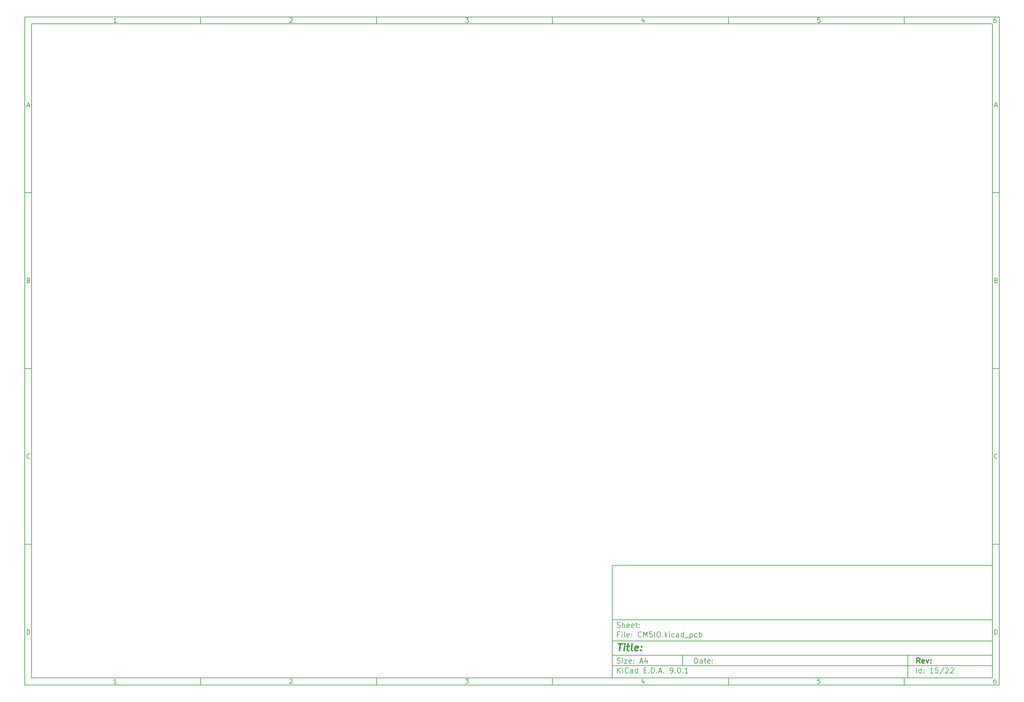
<source format=gbr>
G04 #@! TF.GenerationSoftware,KiCad,Pcbnew,9.0.1*
G04 #@! TF.CreationDate,2025-04-26T19:09:58-05:00*
G04 #@! TF.ProjectId,CM5IO,434d3549-4f2e-46b6-9963-61645f706362,rev?*
G04 #@! TF.SameCoordinates,Original*
G04 #@! TF.FileFunction,Other,ECO1*
%FSLAX46Y46*%
G04 Gerber Fmt 4.6, Leading zero omitted, Abs format (unit mm)*
G04 Created by KiCad (PCBNEW 9.0.1) date 2025-04-26 19:09:58*
%MOMM*%
%LPD*%
G01*
G04 APERTURE LIST*
%ADD10C,0.100000*%
%ADD11C,0.150000*%
%ADD12C,0.300000*%
%ADD13C,0.400000*%
G04 APERTURE END LIST*
D10*
D11*
X177002200Y-166007200D02*
X285002200Y-166007200D01*
X285002200Y-198007200D01*
X177002200Y-198007200D01*
X177002200Y-166007200D01*
D10*
D11*
X10000000Y-10000000D02*
X287002200Y-10000000D01*
X287002200Y-200007200D01*
X10000000Y-200007200D01*
X10000000Y-10000000D01*
D10*
D11*
X12000000Y-12000000D02*
X285002200Y-12000000D01*
X285002200Y-198007200D01*
X12000000Y-198007200D01*
X12000000Y-12000000D01*
D10*
D11*
X60000000Y-12000000D02*
X60000000Y-10000000D01*
D10*
D11*
X110000000Y-12000000D02*
X110000000Y-10000000D01*
D10*
D11*
X160000000Y-12000000D02*
X160000000Y-10000000D01*
D10*
D11*
X210000000Y-12000000D02*
X210000000Y-10000000D01*
D10*
D11*
X260000000Y-12000000D02*
X260000000Y-10000000D01*
D10*
D11*
X36089160Y-11593604D02*
X35346303Y-11593604D01*
X35717731Y-11593604D02*
X35717731Y-10293604D01*
X35717731Y-10293604D02*
X35593922Y-10479319D01*
X35593922Y-10479319D02*
X35470112Y-10603128D01*
X35470112Y-10603128D02*
X35346303Y-10665033D01*
D10*
D11*
X85346303Y-10417414D02*
X85408207Y-10355509D01*
X85408207Y-10355509D02*
X85532017Y-10293604D01*
X85532017Y-10293604D02*
X85841541Y-10293604D01*
X85841541Y-10293604D02*
X85965350Y-10355509D01*
X85965350Y-10355509D02*
X86027255Y-10417414D01*
X86027255Y-10417414D02*
X86089160Y-10541223D01*
X86089160Y-10541223D02*
X86089160Y-10665033D01*
X86089160Y-10665033D02*
X86027255Y-10850747D01*
X86027255Y-10850747D02*
X85284398Y-11593604D01*
X85284398Y-11593604D02*
X86089160Y-11593604D01*
D10*
D11*
X135284398Y-10293604D02*
X136089160Y-10293604D01*
X136089160Y-10293604D02*
X135655826Y-10788842D01*
X135655826Y-10788842D02*
X135841541Y-10788842D01*
X135841541Y-10788842D02*
X135965350Y-10850747D01*
X135965350Y-10850747D02*
X136027255Y-10912652D01*
X136027255Y-10912652D02*
X136089160Y-11036461D01*
X136089160Y-11036461D02*
X136089160Y-11345985D01*
X136089160Y-11345985D02*
X136027255Y-11469795D01*
X136027255Y-11469795D02*
X135965350Y-11531700D01*
X135965350Y-11531700D02*
X135841541Y-11593604D01*
X135841541Y-11593604D02*
X135470112Y-11593604D01*
X135470112Y-11593604D02*
X135346303Y-11531700D01*
X135346303Y-11531700D02*
X135284398Y-11469795D01*
D10*
D11*
X185965350Y-10726938D02*
X185965350Y-11593604D01*
X185655826Y-10231700D02*
X185346303Y-11160271D01*
X185346303Y-11160271D02*
X186151064Y-11160271D01*
D10*
D11*
X236027255Y-10293604D02*
X235408207Y-10293604D01*
X235408207Y-10293604D02*
X235346303Y-10912652D01*
X235346303Y-10912652D02*
X235408207Y-10850747D01*
X235408207Y-10850747D02*
X235532017Y-10788842D01*
X235532017Y-10788842D02*
X235841541Y-10788842D01*
X235841541Y-10788842D02*
X235965350Y-10850747D01*
X235965350Y-10850747D02*
X236027255Y-10912652D01*
X236027255Y-10912652D02*
X236089160Y-11036461D01*
X236089160Y-11036461D02*
X236089160Y-11345985D01*
X236089160Y-11345985D02*
X236027255Y-11469795D01*
X236027255Y-11469795D02*
X235965350Y-11531700D01*
X235965350Y-11531700D02*
X235841541Y-11593604D01*
X235841541Y-11593604D02*
X235532017Y-11593604D01*
X235532017Y-11593604D02*
X235408207Y-11531700D01*
X235408207Y-11531700D02*
X235346303Y-11469795D01*
D10*
D11*
X285965350Y-10293604D02*
X285717731Y-10293604D01*
X285717731Y-10293604D02*
X285593922Y-10355509D01*
X285593922Y-10355509D02*
X285532017Y-10417414D01*
X285532017Y-10417414D02*
X285408207Y-10603128D01*
X285408207Y-10603128D02*
X285346303Y-10850747D01*
X285346303Y-10850747D02*
X285346303Y-11345985D01*
X285346303Y-11345985D02*
X285408207Y-11469795D01*
X285408207Y-11469795D02*
X285470112Y-11531700D01*
X285470112Y-11531700D02*
X285593922Y-11593604D01*
X285593922Y-11593604D02*
X285841541Y-11593604D01*
X285841541Y-11593604D02*
X285965350Y-11531700D01*
X285965350Y-11531700D02*
X286027255Y-11469795D01*
X286027255Y-11469795D02*
X286089160Y-11345985D01*
X286089160Y-11345985D02*
X286089160Y-11036461D01*
X286089160Y-11036461D02*
X286027255Y-10912652D01*
X286027255Y-10912652D02*
X285965350Y-10850747D01*
X285965350Y-10850747D02*
X285841541Y-10788842D01*
X285841541Y-10788842D02*
X285593922Y-10788842D01*
X285593922Y-10788842D02*
X285470112Y-10850747D01*
X285470112Y-10850747D02*
X285408207Y-10912652D01*
X285408207Y-10912652D02*
X285346303Y-11036461D01*
D10*
D11*
X60000000Y-198007200D02*
X60000000Y-200007200D01*
D10*
D11*
X110000000Y-198007200D02*
X110000000Y-200007200D01*
D10*
D11*
X160000000Y-198007200D02*
X160000000Y-200007200D01*
D10*
D11*
X210000000Y-198007200D02*
X210000000Y-200007200D01*
D10*
D11*
X260000000Y-198007200D02*
X260000000Y-200007200D01*
D10*
D11*
X36089160Y-199600804D02*
X35346303Y-199600804D01*
X35717731Y-199600804D02*
X35717731Y-198300804D01*
X35717731Y-198300804D02*
X35593922Y-198486519D01*
X35593922Y-198486519D02*
X35470112Y-198610328D01*
X35470112Y-198610328D02*
X35346303Y-198672233D01*
D10*
D11*
X85346303Y-198424614D02*
X85408207Y-198362709D01*
X85408207Y-198362709D02*
X85532017Y-198300804D01*
X85532017Y-198300804D02*
X85841541Y-198300804D01*
X85841541Y-198300804D02*
X85965350Y-198362709D01*
X85965350Y-198362709D02*
X86027255Y-198424614D01*
X86027255Y-198424614D02*
X86089160Y-198548423D01*
X86089160Y-198548423D02*
X86089160Y-198672233D01*
X86089160Y-198672233D02*
X86027255Y-198857947D01*
X86027255Y-198857947D02*
X85284398Y-199600804D01*
X85284398Y-199600804D02*
X86089160Y-199600804D01*
D10*
D11*
X135284398Y-198300804D02*
X136089160Y-198300804D01*
X136089160Y-198300804D02*
X135655826Y-198796042D01*
X135655826Y-198796042D02*
X135841541Y-198796042D01*
X135841541Y-198796042D02*
X135965350Y-198857947D01*
X135965350Y-198857947D02*
X136027255Y-198919852D01*
X136027255Y-198919852D02*
X136089160Y-199043661D01*
X136089160Y-199043661D02*
X136089160Y-199353185D01*
X136089160Y-199353185D02*
X136027255Y-199476995D01*
X136027255Y-199476995D02*
X135965350Y-199538900D01*
X135965350Y-199538900D02*
X135841541Y-199600804D01*
X135841541Y-199600804D02*
X135470112Y-199600804D01*
X135470112Y-199600804D02*
X135346303Y-199538900D01*
X135346303Y-199538900D02*
X135284398Y-199476995D01*
D10*
D11*
X185965350Y-198734138D02*
X185965350Y-199600804D01*
X185655826Y-198238900D02*
X185346303Y-199167471D01*
X185346303Y-199167471D02*
X186151064Y-199167471D01*
D10*
D11*
X236027255Y-198300804D02*
X235408207Y-198300804D01*
X235408207Y-198300804D02*
X235346303Y-198919852D01*
X235346303Y-198919852D02*
X235408207Y-198857947D01*
X235408207Y-198857947D02*
X235532017Y-198796042D01*
X235532017Y-198796042D02*
X235841541Y-198796042D01*
X235841541Y-198796042D02*
X235965350Y-198857947D01*
X235965350Y-198857947D02*
X236027255Y-198919852D01*
X236027255Y-198919852D02*
X236089160Y-199043661D01*
X236089160Y-199043661D02*
X236089160Y-199353185D01*
X236089160Y-199353185D02*
X236027255Y-199476995D01*
X236027255Y-199476995D02*
X235965350Y-199538900D01*
X235965350Y-199538900D02*
X235841541Y-199600804D01*
X235841541Y-199600804D02*
X235532017Y-199600804D01*
X235532017Y-199600804D02*
X235408207Y-199538900D01*
X235408207Y-199538900D02*
X235346303Y-199476995D01*
D10*
D11*
X285965350Y-198300804D02*
X285717731Y-198300804D01*
X285717731Y-198300804D02*
X285593922Y-198362709D01*
X285593922Y-198362709D02*
X285532017Y-198424614D01*
X285532017Y-198424614D02*
X285408207Y-198610328D01*
X285408207Y-198610328D02*
X285346303Y-198857947D01*
X285346303Y-198857947D02*
X285346303Y-199353185D01*
X285346303Y-199353185D02*
X285408207Y-199476995D01*
X285408207Y-199476995D02*
X285470112Y-199538900D01*
X285470112Y-199538900D02*
X285593922Y-199600804D01*
X285593922Y-199600804D02*
X285841541Y-199600804D01*
X285841541Y-199600804D02*
X285965350Y-199538900D01*
X285965350Y-199538900D02*
X286027255Y-199476995D01*
X286027255Y-199476995D02*
X286089160Y-199353185D01*
X286089160Y-199353185D02*
X286089160Y-199043661D01*
X286089160Y-199043661D02*
X286027255Y-198919852D01*
X286027255Y-198919852D02*
X285965350Y-198857947D01*
X285965350Y-198857947D02*
X285841541Y-198796042D01*
X285841541Y-198796042D02*
X285593922Y-198796042D01*
X285593922Y-198796042D02*
X285470112Y-198857947D01*
X285470112Y-198857947D02*
X285408207Y-198919852D01*
X285408207Y-198919852D02*
X285346303Y-199043661D01*
D10*
D11*
X10000000Y-60000000D02*
X12000000Y-60000000D01*
D10*
D11*
X10000000Y-110000000D02*
X12000000Y-110000000D01*
D10*
D11*
X10000000Y-160000000D02*
X12000000Y-160000000D01*
D10*
D11*
X10690476Y-35222176D02*
X11309523Y-35222176D01*
X10566666Y-35593604D02*
X10999999Y-34293604D01*
X10999999Y-34293604D02*
X11433333Y-35593604D01*
D10*
D11*
X11092857Y-84912652D02*
X11278571Y-84974557D01*
X11278571Y-84974557D02*
X11340476Y-85036461D01*
X11340476Y-85036461D02*
X11402380Y-85160271D01*
X11402380Y-85160271D02*
X11402380Y-85345985D01*
X11402380Y-85345985D02*
X11340476Y-85469795D01*
X11340476Y-85469795D02*
X11278571Y-85531700D01*
X11278571Y-85531700D02*
X11154761Y-85593604D01*
X11154761Y-85593604D02*
X10659523Y-85593604D01*
X10659523Y-85593604D02*
X10659523Y-84293604D01*
X10659523Y-84293604D02*
X11092857Y-84293604D01*
X11092857Y-84293604D02*
X11216666Y-84355509D01*
X11216666Y-84355509D02*
X11278571Y-84417414D01*
X11278571Y-84417414D02*
X11340476Y-84541223D01*
X11340476Y-84541223D02*
X11340476Y-84665033D01*
X11340476Y-84665033D02*
X11278571Y-84788842D01*
X11278571Y-84788842D02*
X11216666Y-84850747D01*
X11216666Y-84850747D02*
X11092857Y-84912652D01*
X11092857Y-84912652D02*
X10659523Y-84912652D01*
D10*
D11*
X11402380Y-135469795D02*
X11340476Y-135531700D01*
X11340476Y-135531700D02*
X11154761Y-135593604D01*
X11154761Y-135593604D02*
X11030952Y-135593604D01*
X11030952Y-135593604D02*
X10845238Y-135531700D01*
X10845238Y-135531700D02*
X10721428Y-135407890D01*
X10721428Y-135407890D02*
X10659523Y-135284080D01*
X10659523Y-135284080D02*
X10597619Y-135036461D01*
X10597619Y-135036461D02*
X10597619Y-134850747D01*
X10597619Y-134850747D02*
X10659523Y-134603128D01*
X10659523Y-134603128D02*
X10721428Y-134479319D01*
X10721428Y-134479319D02*
X10845238Y-134355509D01*
X10845238Y-134355509D02*
X11030952Y-134293604D01*
X11030952Y-134293604D02*
X11154761Y-134293604D01*
X11154761Y-134293604D02*
X11340476Y-134355509D01*
X11340476Y-134355509D02*
X11402380Y-134417414D01*
D10*
D11*
X10659523Y-185593604D02*
X10659523Y-184293604D01*
X10659523Y-184293604D02*
X10969047Y-184293604D01*
X10969047Y-184293604D02*
X11154761Y-184355509D01*
X11154761Y-184355509D02*
X11278571Y-184479319D01*
X11278571Y-184479319D02*
X11340476Y-184603128D01*
X11340476Y-184603128D02*
X11402380Y-184850747D01*
X11402380Y-184850747D02*
X11402380Y-185036461D01*
X11402380Y-185036461D02*
X11340476Y-185284080D01*
X11340476Y-185284080D02*
X11278571Y-185407890D01*
X11278571Y-185407890D02*
X11154761Y-185531700D01*
X11154761Y-185531700D02*
X10969047Y-185593604D01*
X10969047Y-185593604D02*
X10659523Y-185593604D01*
D10*
D11*
X287002200Y-60000000D02*
X285002200Y-60000000D01*
D10*
D11*
X287002200Y-110000000D02*
X285002200Y-110000000D01*
D10*
D11*
X287002200Y-160000000D02*
X285002200Y-160000000D01*
D10*
D11*
X285692676Y-35222176D02*
X286311723Y-35222176D01*
X285568866Y-35593604D02*
X286002199Y-34293604D01*
X286002199Y-34293604D02*
X286435533Y-35593604D01*
D10*
D11*
X286095057Y-84912652D02*
X286280771Y-84974557D01*
X286280771Y-84974557D02*
X286342676Y-85036461D01*
X286342676Y-85036461D02*
X286404580Y-85160271D01*
X286404580Y-85160271D02*
X286404580Y-85345985D01*
X286404580Y-85345985D02*
X286342676Y-85469795D01*
X286342676Y-85469795D02*
X286280771Y-85531700D01*
X286280771Y-85531700D02*
X286156961Y-85593604D01*
X286156961Y-85593604D02*
X285661723Y-85593604D01*
X285661723Y-85593604D02*
X285661723Y-84293604D01*
X285661723Y-84293604D02*
X286095057Y-84293604D01*
X286095057Y-84293604D02*
X286218866Y-84355509D01*
X286218866Y-84355509D02*
X286280771Y-84417414D01*
X286280771Y-84417414D02*
X286342676Y-84541223D01*
X286342676Y-84541223D02*
X286342676Y-84665033D01*
X286342676Y-84665033D02*
X286280771Y-84788842D01*
X286280771Y-84788842D02*
X286218866Y-84850747D01*
X286218866Y-84850747D02*
X286095057Y-84912652D01*
X286095057Y-84912652D02*
X285661723Y-84912652D01*
D10*
D11*
X286404580Y-135469795D02*
X286342676Y-135531700D01*
X286342676Y-135531700D02*
X286156961Y-135593604D01*
X286156961Y-135593604D02*
X286033152Y-135593604D01*
X286033152Y-135593604D02*
X285847438Y-135531700D01*
X285847438Y-135531700D02*
X285723628Y-135407890D01*
X285723628Y-135407890D02*
X285661723Y-135284080D01*
X285661723Y-135284080D02*
X285599819Y-135036461D01*
X285599819Y-135036461D02*
X285599819Y-134850747D01*
X285599819Y-134850747D02*
X285661723Y-134603128D01*
X285661723Y-134603128D02*
X285723628Y-134479319D01*
X285723628Y-134479319D02*
X285847438Y-134355509D01*
X285847438Y-134355509D02*
X286033152Y-134293604D01*
X286033152Y-134293604D02*
X286156961Y-134293604D01*
X286156961Y-134293604D02*
X286342676Y-134355509D01*
X286342676Y-134355509D02*
X286404580Y-134417414D01*
D10*
D11*
X285661723Y-185593604D02*
X285661723Y-184293604D01*
X285661723Y-184293604D02*
X285971247Y-184293604D01*
X285971247Y-184293604D02*
X286156961Y-184355509D01*
X286156961Y-184355509D02*
X286280771Y-184479319D01*
X286280771Y-184479319D02*
X286342676Y-184603128D01*
X286342676Y-184603128D02*
X286404580Y-184850747D01*
X286404580Y-184850747D02*
X286404580Y-185036461D01*
X286404580Y-185036461D02*
X286342676Y-185284080D01*
X286342676Y-185284080D02*
X286280771Y-185407890D01*
X286280771Y-185407890D02*
X286156961Y-185531700D01*
X286156961Y-185531700D02*
X285971247Y-185593604D01*
X285971247Y-185593604D02*
X285661723Y-185593604D01*
D10*
D11*
X200458026Y-193793328D02*
X200458026Y-192293328D01*
X200458026Y-192293328D02*
X200815169Y-192293328D01*
X200815169Y-192293328D02*
X201029455Y-192364757D01*
X201029455Y-192364757D02*
X201172312Y-192507614D01*
X201172312Y-192507614D02*
X201243741Y-192650471D01*
X201243741Y-192650471D02*
X201315169Y-192936185D01*
X201315169Y-192936185D02*
X201315169Y-193150471D01*
X201315169Y-193150471D02*
X201243741Y-193436185D01*
X201243741Y-193436185D02*
X201172312Y-193579042D01*
X201172312Y-193579042D02*
X201029455Y-193721900D01*
X201029455Y-193721900D02*
X200815169Y-193793328D01*
X200815169Y-193793328D02*
X200458026Y-193793328D01*
X202600884Y-193793328D02*
X202600884Y-193007614D01*
X202600884Y-193007614D02*
X202529455Y-192864757D01*
X202529455Y-192864757D02*
X202386598Y-192793328D01*
X202386598Y-192793328D02*
X202100884Y-192793328D01*
X202100884Y-192793328D02*
X201958026Y-192864757D01*
X202600884Y-193721900D02*
X202458026Y-193793328D01*
X202458026Y-193793328D02*
X202100884Y-193793328D01*
X202100884Y-193793328D02*
X201958026Y-193721900D01*
X201958026Y-193721900D02*
X201886598Y-193579042D01*
X201886598Y-193579042D02*
X201886598Y-193436185D01*
X201886598Y-193436185D02*
X201958026Y-193293328D01*
X201958026Y-193293328D02*
X202100884Y-193221900D01*
X202100884Y-193221900D02*
X202458026Y-193221900D01*
X202458026Y-193221900D02*
X202600884Y-193150471D01*
X203100884Y-192793328D02*
X203672312Y-192793328D01*
X203315169Y-192293328D02*
X203315169Y-193579042D01*
X203315169Y-193579042D02*
X203386598Y-193721900D01*
X203386598Y-193721900D02*
X203529455Y-193793328D01*
X203529455Y-193793328D02*
X203672312Y-193793328D01*
X204743741Y-193721900D02*
X204600884Y-193793328D01*
X204600884Y-193793328D02*
X204315170Y-193793328D01*
X204315170Y-193793328D02*
X204172312Y-193721900D01*
X204172312Y-193721900D02*
X204100884Y-193579042D01*
X204100884Y-193579042D02*
X204100884Y-193007614D01*
X204100884Y-193007614D02*
X204172312Y-192864757D01*
X204172312Y-192864757D02*
X204315170Y-192793328D01*
X204315170Y-192793328D02*
X204600884Y-192793328D01*
X204600884Y-192793328D02*
X204743741Y-192864757D01*
X204743741Y-192864757D02*
X204815170Y-193007614D01*
X204815170Y-193007614D02*
X204815170Y-193150471D01*
X204815170Y-193150471D02*
X204100884Y-193293328D01*
X205458026Y-193650471D02*
X205529455Y-193721900D01*
X205529455Y-193721900D02*
X205458026Y-193793328D01*
X205458026Y-193793328D02*
X205386598Y-193721900D01*
X205386598Y-193721900D02*
X205458026Y-193650471D01*
X205458026Y-193650471D02*
X205458026Y-193793328D01*
X205458026Y-192864757D02*
X205529455Y-192936185D01*
X205529455Y-192936185D02*
X205458026Y-193007614D01*
X205458026Y-193007614D02*
X205386598Y-192936185D01*
X205386598Y-192936185D02*
X205458026Y-192864757D01*
X205458026Y-192864757D02*
X205458026Y-193007614D01*
D10*
D11*
X177002200Y-194507200D02*
X285002200Y-194507200D01*
D10*
D11*
X178458026Y-196593328D02*
X178458026Y-195093328D01*
X179315169Y-196593328D02*
X178672312Y-195736185D01*
X179315169Y-195093328D02*
X178458026Y-195950471D01*
X179958026Y-196593328D02*
X179958026Y-195593328D01*
X179958026Y-195093328D02*
X179886598Y-195164757D01*
X179886598Y-195164757D02*
X179958026Y-195236185D01*
X179958026Y-195236185D02*
X180029455Y-195164757D01*
X180029455Y-195164757D02*
X179958026Y-195093328D01*
X179958026Y-195093328D02*
X179958026Y-195236185D01*
X181529455Y-196450471D02*
X181458027Y-196521900D01*
X181458027Y-196521900D02*
X181243741Y-196593328D01*
X181243741Y-196593328D02*
X181100884Y-196593328D01*
X181100884Y-196593328D02*
X180886598Y-196521900D01*
X180886598Y-196521900D02*
X180743741Y-196379042D01*
X180743741Y-196379042D02*
X180672312Y-196236185D01*
X180672312Y-196236185D02*
X180600884Y-195950471D01*
X180600884Y-195950471D02*
X180600884Y-195736185D01*
X180600884Y-195736185D02*
X180672312Y-195450471D01*
X180672312Y-195450471D02*
X180743741Y-195307614D01*
X180743741Y-195307614D02*
X180886598Y-195164757D01*
X180886598Y-195164757D02*
X181100884Y-195093328D01*
X181100884Y-195093328D02*
X181243741Y-195093328D01*
X181243741Y-195093328D02*
X181458027Y-195164757D01*
X181458027Y-195164757D02*
X181529455Y-195236185D01*
X182815170Y-196593328D02*
X182815170Y-195807614D01*
X182815170Y-195807614D02*
X182743741Y-195664757D01*
X182743741Y-195664757D02*
X182600884Y-195593328D01*
X182600884Y-195593328D02*
X182315170Y-195593328D01*
X182315170Y-195593328D02*
X182172312Y-195664757D01*
X182815170Y-196521900D02*
X182672312Y-196593328D01*
X182672312Y-196593328D02*
X182315170Y-196593328D01*
X182315170Y-196593328D02*
X182172312Y-196521900D01*
X182172312Y-196521900D02*
X182100884Y-196379042D01*
X182100884Y-196379042D02*
X182100884Y-196236185D01*
X182100884Y-196236185D02*
X182172312Y-196093328D01*
X182172312Y-196093328D02*
X182315170Y-196021900D01*
X182315170Y-196021900D02*
X182672312Y-196021900D01*
X182672312Y-196021900D02*
X182815170Y-195950471D01*
X184172313Y-196593328D02*
X184172313Y-195093328D01*
X184172313Y-196521900D02*
X184029455Y-196593328D01*
X184029455Y-196593328D02*
X183743741Y-196593328D01*
X183743741Y-196593328D02*
X183600884Y-196521900D01*
X183600884Y-196521900D02*
X183529455Y-196450471D01*
X183529455Y-196450471D02*
X183458027Y-196307614D01*
X183458027Y-196307614D02*
X183458027Y-195879042D01*
X183458027Y-195879042D02*
X183529455Y-195736185D01*
X183529455Y-195736185D02*
X183600884Y-195664757D01*
X183600884Y-195664757D02*
X183743741Y-195593328D01*
X183743741Y-195593328D02*
X184029455Y-195593328D01*
X184029455Y-195593328D02*
X184172313Y-195664757D01*
X186029455Y-195807614D02*
X186529455Y-195807614D01*
X186743741Y-196593328D02*
X186029455Y-196593328D01*
X186029455Y-196593328D02*
X186029455Y-195093328D01*
X186029455Y-195093328D02*
X186743741Y-195093328D01*
X187386598Y-196450471D02*
X187458027Y-196521900D01*
X187458027Y-196521900D02*
X187386598Y-196593328D01*
X187386598Y-196593328D02*
X187315170Y-196521900D01*
X187315170Y-196521900D02*
X187386598Y-196450471D01*
X187386598Y-196450471D02*
X187386598Y-196593328D01*
X188100884Y-196593328D02*
X188100884Y-195093328D01*
X188100884Y-195093328D02*
X188458027Y-195093328D01*
X188458027Y-195093328D02*
X188672313Y-195164757D01*
X188672313Y-195164757D02*
X188815170Y-195307614D01*
X188815170Y-195307614D02*
X188886599Y-195450471D01*
X188886599Y-195450471D02*
X188958027Y-195736185D01*
X188958027Y-195736185D02*
X188958027Y-195950471D01*
X188958027Y-195950471D02*
X188886599Y-196236185D01*
X188886599Y-196236185D02*
X188815170Y-196379042D01*
X188815170Y-196379042D02*
X188672313Y-196521900D01*
X188672313Y-196521900D02*
X188458027Y-196593328D01*
X188458027Y-196593328D02*
X188100884Y-196593328D01*
X189600884Y-196450471D02*
X189672313Y-196521900D01*
X189672313Y-196521900D02*
X189600884Y-196593328D01*
X189600884Y-196593328D02*
X189529456Y-196521900D01*
X189529456Y-196521900D02*
X189600884Y-196450471D01*
X189600884Y-196450471D02*
X189600884Y-196593328D01*
X190243742Y-196164757D02*
X190958028Y-196164757D01*
X190100885Y-196593328D02*
X190600885Y-195093328D01*
X190600885Y-195093328D02*
X191100885Y-196593328D01*
X191600884Y-196450471D02*
X191672313Y-196521900D01*
X191672313Y-196521900D02*
X191600884Y-196593328D01*
X191600884Y-196593328D02*
X191529456Y-196521900D01*
X191529456Y-196521900D02*
X191600884Y-196450471D01*
X191600884Y-196450471D02*
X191600884Y-196593328D01*
X193529456Y-196593328D02*
X193815170Y-196593328D01*
X193815170Y-196593328D02*
X193958027Y-196521900D01*
X193958027Y-196521900D02*
X194029456Y-196450471D01*
X194029456Y-196450471D02*
X194172313Y-196236185D01*
X194172313Y-196236185D02*
X194243742Y-195950471D01*
X194243742Y-195950471D02*
X194243742Y-195379042D01*
X194243742Y-195379042D02*
X194172313Y-195236185D01*
X194172313Y-195236185D02*
X194100885Y-195164757D01*
X194100885Y-195164757D02*
X193958027Y-195093328D01*
X193958027Y-195093328D02*
X193672313Y-195093328D01*
X193672313Y-195093328D02*
X193529456Y-195164757D01*
X193529456Y-195164757D02*
X193458027Y-195236185D01*
X193458027Y-195236185D02*
X193386599Y-195379042D01*
X193386599Y-195379042D02*
X193386599Y-195736185D01*
X193386599Y-195736185D02*
X193458027Y-195879042D01*
X193458027Y-195879042D02*
X193529456Y-195950471D01*
X193529456Y-195950471D02*
X193672313Y-196021900D01*
X193672313Y-196021900D02*
X193958027Y-196021900D01*
X193958027Y-196021900D02*
X194100885Y-195950471D01*
X194100885Y-195950471D02*
X194172313Y-195879042D01*
X194172313Y-195879042D02*
X194243742Y-195736185D01*
X194886598Y-196450471D02*
X194958027Y-196521900D01*
X194958027Y-196521900D02*
X194886598Y-196593328D01*
X194886598Y-196593328D02*
X194815170Y-196521900D01*
X194815170Y-196521900D02*
X194886598Y-196450471D01*
X194886598Y-196450471D02*
X194886598Y-196593328D01*
X195886599Y-195093328D02*
X196029456Y-195093328D01*
X196029456Y-195093328D02*
X196172313Y-195164757D01*
X196172313Y-195164757D02*
X196243742Y-195236185D01*
X196243742Y-195236185D02*
X196315170Y-195379042D01*
X196315170Y-195379042D02*
X196386599Y-195664757D01*
X196386599Y-195664757D02*
X196386599Y-196021900D01*
X196386599Y-196021900D02*
X196315170Y-196307614D01*
X196315170Y-196307614D02*
X196243742Y-196450471D01*
X196243742Y-196450471D02*
X196172313Y-196521900D01*
X196172313Y-196521900D02*
X196029456Y-196593328D01*
X196029456Y-196593328D02*
X195886599Y-196593328D01*
X195886599Y-196593328D02*
X195743742Y-196521900D01*
X195743742Y-196521900D02*
X195672313Y-196450471D01*
X195672313Y-196450471D02*
X195600884Y-196307614D01*
X195600884Y-196307614D02*
X195529456Y-196021900D01*
X195529456Y-196021900D02*
X195529456Y-195664757D01*
X195529456Y-195664757D02*
X195600884Y-195379042D01*
X195600884Y-195379042D02*
X195672313Y-195236185D01*
X195672313Y-195236185D02*
X195743742Y-195164757D01*
X195743742Y-195164757D02*
X195886599Y-195093328D01*
X197029455Y-196450471D02*
X197100884Y-196521900D01*
X197100884Y-196521900D02*
X197029455Y-196593328D01*
X197029455Y-196593328D02*
X196958027Y-196521900D01*
X196958027Y-196521900D02*
X197029455Y-196450471D01*
X197029455Y-196450471D02*
X197029455Y-196593328D01*
X198529456Y-196593328D02*
X197672313Y-196593328D01*
X198100884Y-196593328D02*
X198100884Y-195093328D01*
X198100884Y-195093328D02*
X197958027Y-195307614D01*
X197958027Y-195307614D02*
X197815170Y-195450471D01*
X197815170Y-195450471D02*
X197672313Y-195521900D01*
D10*
D11*
X177002200Y-191507200D02*
X285002200Y-191507200D01*
D10*
D12*
X264413853Y-193785528D02*
X263913853Y-193071242D01*
X263556710Y-193785528D02*
X263556710Y-192285528D01*
X263556710Y-192285528D02*
X264128139Y-192285528D01*
X264128139Y-192285528D02*
X264270996Y-192356957D01*
X264270996Y-192356957D02*
X264342425Y-192428385D01*
X264342425Y-192428385D02*
X264413853Y-192571242D01*
X264413853Y-192571242D02*
X264413853Y-192785528D01*
X264413853Y-192785528D02*
X264342425Y-192928385D01*
X264342425Y-192928385D02*
X264270996Y-192999814D01*
X264270996Y-192999814D02*
X264128139Y-193071242D01*
X264128139Y-193071242D02*
X263556710Y-193071242D01*
X265628139Y-193714100D02*
X265485282Y-193785528D01*
X265485282Y-193785528D02*
X265199568Y-193785528D01*
X265199568Y-193785528D02*
X265056710Y-193714100D01*
X265056710Y-193714100D02*
X264985282Y-193571242D01*
X264985282Y-193571242D02*
X264985282Y-192999814D01*
X264985282Y-192999814D02*
X265056710Y-192856957D01*
X265056710Y-192856957D02*
X265199568Y-192785528D01*
X265199568Y-192785528D02*
X265485282Y-192785528D01*
X265485282Y-192785528D02*
X265628139Y-192856957D01*
X265628139Y-192856957D02*
X265699568Y-192999814D01*
X265699568Y-192999814D02*
X265699568Y-193142671D01*
X265699568Y-193142671D02*
X264985282Y-193285528D01*
X266199567Y-192785528D02*
X266556710Y-193785528D01*
X266556710Y-193785528D02*
X266913853Y-192785528D01*
X267485281Y-193642671D02*
X267556710Y-193714100D01*
X267556710Y-193714100D02*
X267485281Y-193785528D01*
X267485281Y-193785528D02*
X267413853Y-193714100D01*
X267413853Y-193714100D02*
X267485281Y-193642671D01*
X267485281Y-193642671D02*
X267485281Y-193785528D01*
X267485281Y-192856957D02*
X267556710Y-192928385D01*
X267556710Y-192928385D02*
X267485281Y-192999814D01*
X267485281Y-192999814D02*
X267413853Y-192928385D01*
X267413853Y-192928385D02*
X267485281Y-192856957D01*
X267485281Y-192856957D02*
X267485281Y-192999814D01*
D10*
D11*
X178386598Y-193721900D02*
X178600884Y-193793328D01*
X178600884Y-193793328D02*
X178958026Y-193793328D01*
X178958026Y-193793328D02*
X179100884Y-193721900D01*
X179100884Y-193721900D02*
X179172312Y-193650471D01*
X179172312Y-193650471D02*
X179243741Y-193507614D01*
X179243741Y-193507614D02*
X179243741Y-193364757D01*
X179243741Y-193364757D02*
X179172312Y-193221900D01*
X179172312Y-193221900D02*
X179100884Y-193150471D01*
X179100884Y-193150471D02*
X178958026Y-193079042D01*
X178958026Y-193079042D02*
X178672312Y-193007614D01*
X178672312Y-193007614D02*
X178529455Y-192936185D01*
X178529455Y-192936185D02*
X178458026Y-192864757D01*
X178458026Y-192864757D02*
X178386598Y-192721900D01*
X178386598Y-192721900D02*
X178386598Y-192579042D01*
X178386598Y-192579042D02*
X178458026Y-192436185D01*
X178458026Y-192436185D02*
X178529455Y-192364757D01*
X178529455Y-192364757D02*
X178672312Y-192293328D01*
X178672312Y-192293328D02*
X179029455Y-192293328D01*
X179029455Y-192293328D02*
X179243741Y-192364757D01*
X179886597Y-193793328D02*
X179886597Y-192793328D01*
X179886597Y-192293328D02*
X179815169Y-192364757D01*
X179815169Y-192364757D02*
X179886597Y-192436185D01*
X179886597Y-192436185D02*
X179958026Y-192364757D01*
X179958026Y-192364757D02*
X179886597Y-192293328D01*
X179886597Y-192293328D02*
X179886597Y-192436185D01*
X180458026Y-192793328D02*
X181243741Y-192793328D01*
X181243741Y-192793328D02*
X180458026Y-193793328D01*
X180458026Y-193793328D02*
X181243741Y-193793328D01*
X182386598Y-193721900D02*
X182243741Y-193793328D01*
X182243741Y-193793328D02*
X181958027Y-193793328D01*
X181958027Y-193793328D02*
X181815169Y-193721900D01*
X181815169Y-193721900D02*
X181743741Y-193579042D01*
X181743741Y-193579042D02*
X181743741Y-193007614D01*
X181743741Y-193007614D02*
X181815169Y-192864757D01*
X181815169Y-192864757D02*
X181958027Y-192793328D01*
X181958027Y-192793328D02*
X182243741Y-192793328D01*
X182243741Y-192793328D02*
X182386598Y-192864757D01*
X182386598Y-192864757D02*
X182458027Y-193007614D01*
X182458027Y-193007614D02*
X182458027Y-193150471D01*
X182458027Y-193150471D02*
X181743741Y-193293328D01*
X183100883Y-193650471D02*
X183172312Y-193721900D01*
X183172312Y-193721900D02*
X183100883Y-193793328D01*
X183100883Y-193793328D02*
X183029455Y-193721900D01*
X183029455Y-193721900D02*
X183100883Y-193650471D01*
X183100883Y-193650471D02*
X183100883Y-193793328D01*
X183100883Y-192864757D02*
X183172312Y-192936185D01*
X183172312Y-192936185D02*
X183100883Y-193007614D01*
X183100883Y-193007614D02*
X183029455Y-192936185D01*
X183029455Y-192936185D02*
X183100883Y-192864757D01*
X183100883Y-192864757D02*
X183100883Y-193007614D01*
X184886598Y-193364757D02*
X185600884Y-193364757D01*
X184743741Y-193793328D02*
X185243741Y-192293328D01*
X185243741Y-192293328D02*
X185743741Y-193793328D01*
X186886598Y-192793328D02*
X186886598Y-193793328D01*
X186529455Y-192221900D02*
X186172312Y-193293328D01*
X186172312Y-193293328D02*
X187100883Y-193293328D01*
D10*
D11*
X263458026Y-196593328D02*
X263458026Y-195093328D01*
X264815170Y-196593328D02*
X264815170Y-195093328D01*
X264815170Y-196521900D02*
X264672312Y-196593328D01*
X264672312Y-196593328D02*
X264386598Y-196593328D01*
X264386598Y-196593328D02*
X264243741Y-196521900D01*
X264243741Y-196521900D02*
X264172312Y-196450471D01*
X264172312Y-196450471D02*
X264100884Y-196307614D01*
X264100884Y-196307614D02*
X264100884Y-195879042D01*
X264100884Y-195879042D02*
X264172312Y-195736185D01*
X264172312Y-195736185D02*
X264243741Y-195664757D01*
X264243741Y-195664757D02*
X264386598Y-195593328D01*
X264386598Y-195593328D02*
X264672312Y-195593328D01*
X264672312Y-195593328D02*
X264815170Y-195664757D01*
X265529455Y-196450471D02*
X265600884Y-196521900D01*
X265600884Y-196521900D02*
X265529455Y-196593328D01*
X265529455Y-196593328D02*
X265458027Y-196521900D01*
X265458027Y-196521900D02*
X265529455Y-196450471D01*
X265529455Y-196450471D02*
X265529455Y-196593328D01*
X265529455Y-195664757D02*
X265600884Y-195736185D01*
X265600884Y-195736185D02*
X265529455Y-195807614D01*
X265529455Y-195807614D02*
X265458027Y-195736185D01*
X265458027Y-195736185D02*
X265529455Y-195664757D01*
X265529455Y-195664757D02*
X265529455Y-195807614D01*
X268172313Y-196593328D02*
X267315170Y-196593328D01*
X267743741Y-196593328D02*
X267743741Y-195093328D01*
X267743741Y-195093328D02*
X267600884Y-195307614D01*
X267600884Y-195307614D02*
X267458027Y-195450471D01*
X267458027Y-195450471D02*
X267315170Y-195521900D01*
X269529455Y-195093328D02*
X268815169Y-195093328D01*
X268815169Y-195093328D02*
X268743741Y-195807614D01*
X268743741Y-195807614D02*
X268815169Y-195736185D01*
X268815169Y-195736185D02*
X268958027Y-195664757D01*
X268958027Y-195664757D02*
X269315169Y-195664757D01*
X269315169Y-195664757D02*
X269458027Y-195736185D01*
X269458027Y-195736185D02*
X269529455Y-195807614D01*
X269529455Y-195807614D02*
X269600884Y-195950471D01*
X269600884Y-195950471D02*
X269600884Y-196307614D01*
X269600884Y-196307614D02*
X269529455Y-196450471D01*
X269529455Y-196450471D02*
X269458027Y-196521900D01*
X269458027Y-196521900D02*
X269315169Y-196593328D01*
X269315169Y-196593328D02*
X268958027Y-196593328D01*
X268958027Y-196593328D02*
X268815169Y-196521900D01*
X268815169Y-196521900D02*
X268743741Y-196450471D01*
X271315169Y-195021900D02*
X270029455Y-196950471D01*
X271743741Y-195236185D02*
X271815169Y-195164757D01*
X271815169Y-195164757D02*
X271958027Y-195093328D01*
X271958027Y-195093328D02*
X272315169Y-195093328D01*
X272315169Y-195093328D02*
X272458027Y-195164757D01*
X272458027Y-195164757D02*
X272529455Y-195236185D01*
X272529455Y-195236185D02*
X272600884Y-195379042D01*
X272600884Y-195379042D02*
X272600884Y-195521900D01*
X272600884Y-195521900D02*
X272529455Y-195736185D01*
X272529455Y-195736185D02*
X271672312Y-196593328D01*
X271672312Y-196593328D02*
X272600884Y-196593328D01*
X273172312Y-195236185D02*
X273243740Y-195164757D01*
X273243740Y-195164757D02*
X273386598Y-195093328D01*
X273386598Y-195093328D02*
X273743740Y-195093328D01*
X273743740Y-195093328D02*
X273886598Y-195164757D01*
X273886598Y-195164757D02*
X273958026Y-195236185D01*
X273958026Y-195236185D02*
X274029455Y-195379042D01*
X274029455Y-195379042D02*
X274029455Y-195521900D01*
X274029455Y-195521900D02*
X273958026Y-195736185D01*
X273958026Y-195736185D02*
X273100883Y-196593328D01*
X273100883Y-196593328D02*
X274029455Y-196593328D01*
D10*
D11*
X177002200Y-187507200D02*
X285002200Y-187507200D01*
D10*
D13*
X178693928Y-188211638D02*
X179836785Y-188211638D01*
X179015357Y-190211638D02*
X179265357Y-188211638D01*
X180253452Y-190211638D02*
X180420119Y-188878304D01*
X180503452Y-188211638D02*
X180396309Y-188306876D01*
X180396309Y-188306876D02*
X180479643Y-188402114D01*
X180479643Y-188402114D02*
X180586786Y-188306876D01*
X180586786Y-188306876D02*
X180503452Y-188211638D01*
X180503452Y-188211638D02*
X180479643Y-188402114D01*
X181086786Y-188878304D02*
X181848690Y-188878304D01*
X181455833Y-188211638D02*
X181241548Y-189925923D01*
X181241548Y-189925923D02*
X181312976Y-190116400D01*
X181312976Y-190116400D02*
X181491548Y-190211638D01*
X181491548Y-190211638D02*
X181682024Y-190211638D01*
X182634405Y-190211638D02*
X182455833Y-190116400D01*
X182455833Y-190116400D02*
X182384405Y-189925923D01*
X182384405Y-189925923D02*
X182598690Y-188211638D01*
X184170119Y-190116400D02*
X183967738Y-190211638D01*
X183967738Y-190211638D02*
X183586785Y-190211638D01*
X183586785Y-190211638D02*
X183408214Y-190116400D01*
X183408214Y-190116400D02*
X183336785Y-189925923D01*
X183336785Y-189925923D02*
X183432024Y-189164019D01*
X183432024Y-189164019D02*
X183551071Y-188973542D01*
X183551071Y-188973542D02*
X183753452Y-188878304D01*
X183753452Y-188878304D02*
X184134404Y-188878304D01*
X184134404Y-188878304D02*
X184312976Y-188973542D01*
X184312976Y-188973542D02*
X184384404Y-189164019D01*
X184384404Y-189164019D02*
X184360595Y-189354495D01*
X184360595Y-189354495D02*
X183384404Y-189544971D01*
X185134405Y-190021161D02*
X185217738Y-190116400D01*
X185217738Y-190116400D02*
X185110595Y-190211638D01*
X185110595Y-190211638D02*
X185027262Y-190116400D01*
X185027262Y-190116400D02*
X185134405Y-190021161D01*
X185134405Y-190021161D02*
X185110595Y-190211638D01*
X185265357Y-188973542D02*
X185348690Y-189068780D01*
X185348690Y-189068780D02*
X185241548Y-189164019D01*
X185241548Y-189164019D02*
X185158214Y-189068780D01*
X185158214Y-189068780D02*
X185265357Y-188973542D01*
X185265357Y-188973542D02*
X185241548Y-189164019D01*
D10*
D11*
X178958026Y-185607614D02*
X178458026Y-185607614D01*
X178458026Y-186393328D02*
X178458026Y-184893328D01*
X178458026Y-184893328D02*
X179172312Y-184893328D01*
X179743740Y-186393328D02*
X179743740Y-185393328D01*
X179743740Y-184893328D02*
X179672312Y-184964757D01*
X179672312Y-184964757D02*
X179743740Y-185036185D01*
X179743740Y-185036185D02*
X179815169Y-184964757D01*
X179815169Y-184964757D02*
X179743740Y-184893328D01*
X179743740Y-184893328D02*
X179743740Y-185036185D01*
X180672312Y-186393328D02*
X180529455Y-186321900D01*
X180529455Y-186321900D02*
X180458026Y-186179042D01*
X180458026Y-186179042D02*
X180458026Y-184893328D01*
X181815169Y-186321900D02*
X181672312Y-186393328D01*
X181672312Y-186393328D02*
X181386598Y-186393328D01*
X181386598Y-186393328D02*
X181243740Y-186321900D01*
X181243740Y-186321900D02*
X181172312Y-186179042D01*
X181172312Y-186179042D02*
X181172312Y-185607614D01*
X181172312Y-185607614D02*
X181243740Y-185464757D01*
X181243740Y-185464757D02*
X181386598Y-185393328D01*
X181386598Y-185393328D02*
X181672312Y-185393328D01*
X181672312Y-185393328D02*
X181815169Y-185464757D01*
X181815169Y-185464757D02*
X181886598Y-185607614D01*
X181886598Y-185607614D02*
X181886598Y-185750471D01*
X181886598Y-185750471D02*
X181172312Y-185893328D01*
X182529454Y-186250471D02*
X182600883Y-186321900D01*
X182600883Y-186321900D02*
X182529454Y-186393328D01*
X182529454Y-186393328D02*
X182458026Y-186321900D01*
X182458026Y-186321900D02*
X182529454Y-186250471D01*
X182529454Y-186250471D02*
X182529454Y-186393328D01*
X182529454Y-185464757D02*
X182600883Y-185536185D01*
X182600883Y-185536185D02*
X182529454Y-185607614D01*
X182529454Y-185607614D02*
X182458026Y-185536185D01*
X182458026Y-185536185D02*
X182529454Y-185464757D01*
X182529454Y-185464757D02*
X182529454Y-185607614D01*
X185243740Y-186250471D02*
X185172312Y-186321900D01*
X185172312Y-186321900D02*
X184958026Y-186393328D01*
X184958026Y-186393328D02*
X184815169Y-186393328D01*
X184815169Y-186393328D02*
X184600883Y-186321900D01*
X184600883Y-186321900D02*
X184458026Y-186179042D01*
X184458026Y-186179042D02*
X184386597Y-186036185D01*
X184386597Y-186036185D02*
X184315169Y-185750471D01*
X184315169Y-185750471D02*
X184315169Y-185536185D01*
X184315169Y-185536185D02*
X184386597Y-185250471D01*
X184386597Y-185250471D02*
X184458026Y-185107614D01*
X184458026Y-185107614D02*
X184600883Y-184964757D01*
X184600883Y-184964757D02*
X184815169Y-184893328D01*
X184815169Y-184893328D02*
X184958026Y-184893328D01*
X184958026Y-184893328D02*
X185172312Y-184964757D01*
X185172312Y-184964757D02*
X185243740Y-185036185D01*
X185886597Y-186393328D02*
X185886597Y-184893328D01*
X185886597Y-184893328D02*
X186386597Y-185964757D01*
X186386597Y-185964757D02*
X186886597Y-184893328D01*
X186886597Y-184893328D02*
X186886597Y-186393328D01*
X188315169Y-184893328D02*
X187600883Y-184893328D01*
X187600883Y-184893328D02*
X187529455Y-185607614D01*
X187529455Y-185607614D02*
X187600883Y-185536185D01*
X187600883Y-185536185D02*
X187743741Y-185464757D01*
X187743741Y-185464757D02*
X188100883Y-185464757D01*
X188100883Y-185464757D02*
X188243741Y-185536185D01*
X188243741Y-185536185D02*
X188315169Y-185607614D01*
X188315169Y-185607614D02*
X188386598Y-185750471D01*
X188386598Y-185750471D02*
X188386598Y-186107614D01*
X188386598Y-186107614D02*
X188315169Y-186250471D01*
X188315169Y-186250471D02*
X188243741Y-186321900D01*
X188243741Y-186321900D02*
X188100883Y-186393328D01*
X188100883Y-186393328D02*
X187743741Y-186393328D01*
X187743741Y-186393328D02*
X187600883Y-186321900D01*
X187600883Y-186321900D02*
X187529455Y-186250471D01*
X189029454Y-186393328D02*
X189029454Y-184893328D01*
X190029455Y-184893328D02*
X190315169Y-184893328D01*
X190315169Y-184893328D02*
X190458026Y-184964757D01*
X190458026Y-184964757D02*
X190600883Y-185107614D01*
X190600883Y-185107614D02*
X190672312Y-185393328D01*
X190672312Y-185393328D02*
X190672312Y-185893328D01*
X190672312Y-185893328D02*
X190600883Y-186179042D01*
X190600883Y-186179042D02*
X190458026Y-186321900D01*
X190458026Y-186321900D02*
X190315169Y-186393328D01*
X190315169Y-186393328D02*
X190029455Y-186393328D01*
X190029455Y-186393328D02*
X189886598Y-186321900D01*
X189886598Y-186321900D02*
X189743740Y-186179042D01*
X189743740Y-186179042D02*
X189672312Y-185893328D01*
X189672312Y-185893328D02*
X189672312Y-185393328D01*
X189672312Y-185393328D02*
X189743740Y-185107614D01*
X189743740Y-185107614D02*
X189886598Y-184964757D01*
X189886598Y-184964757D02*
X190029455Y-184893328D01*
X191315169Y-186250471D02*
X191386598Y-186321900D01*
X191386598Y-186321900D02*
X191315169Y-186393328D01*
X191315169Y-186393328D02*
X191243741Y-186321900D01*
X191243741Y-186321900D02*
X191315169Y-186250471D01*
X191315169Y-186250471D02*
X191315169Y-186393328D01*
X192029455Y-186393328D02*
X192029455Y-184893328D01*
X192172313Y-185821900D02*
X192600884Y-186393328D01*
X192600884Y-185393328D02*
X192029455Y-185964757D01*
X193243741Y-186393328D02*
X193243741Y-185393328D01*
X193243741Y-184893328D02*
X193172313Y-184964757D01*
X193172313Y-184964757D02*
X193243741Y-185036185D01*
X193243741Y-185036185D02*
X193315170Y-184964757D01*
X193315170Y-184964757D02*
X193243741Y-184893328D01*
X193243741Y-184893328D02*
X193243741Y-185036185D01*
X194600885Y-186321900D02*
X194458027Y-186393328D01*
X194458027Y-186393328D02*
X194172313Y-186393328D01*
X194172313Y-186393328D02*
X194029456Y-186321900D01*
X194029456Y-186321900D02*
X193958027Y-186250471D01*
X193958027Y-186250471D02*
X193886599Y-186107614D01*
X193886599Y-186107614D02*
X193886599Y-185679042D01*
X193886599Y-185679042D02*
X193958027Y-185536185D01*
X193958027Y-185536185D02*
X194029456Y-185464757D01*
X194029456Y-185464757D02*
X194172313Y-185393328D01*
X194172313Y-185393328D02*
X194458027Y-185393328D01*
X194458027Y-185393328D02*
X194600885Y-185464757D01*
X195886599Y-186393328D02*
X195886599Y-185607614D01*
X195886599Y-185607614D02*
X195815170Y-185464757D01*
X195815170Y-185464757D02*
X195672313Y-185393328D01*
X195672313Y-185393328D02*
X195386599Y-185393328D01*
X195386599Y-185393328D02*
X195243741Y-185464757D01*
X195886599Y-186321900D02*
X195743741Y-186393328D01*
X195743741Y-186393328D02*
X195386599Y-186393328D01*
X195386599Y-186393328D02*
X195243741Y-186321900D01*
X195243741Y-186321900D02*
X195172313Y-186179042D01*
X195172313Y-186179042D02*
X195172313Y-186036185D01*
X195172313Y-186036185D02*
X195243741Y-185893328D01*
X195243741Y-185893328D02*
X195386599Y-185821900D01*
X195386599Y-185821900D02*
X195743741Y-185821900D01*
X195743741Y-185821900D02*
X195886599Y-185750471D01*
X197243742Y-186393328D02*
X197243742Y-184893328D01*
X197243742Y-186321900D02*
X197100884Y-186393328D01*
X197100884Y-186393328D02*
X196815170Y-186393328D01*
X196815170Y-186393328D02*
X196672313Y-186321900D01*
X196672313Y-186321900D02*
X196600884Y-186250471D01*
X196600884Y-186250471D02*
X196529456Y-186107614D01*
X196529456Y-186107614D02*
X196529456Y-185679042D01*
X196529456Y-185679042D02*
X196600884Y-185536185D01*
X196600884Y-185536185D02*
X196672313Y-185464757D01*
X196672313Y-185464757D02*
X196815170Y-185393328D01*
X196815170Y-185393328D02*
X197100884Y-185393328D01*
X197100884Y-185393328D02*
X197243742Y-185464757D01*
X197600885Y-186536185D02*
X198743742Y-186536185D01*
X199100884Y-185393328D02*
X199100884Y-186893328D01*
X199100884Y-185464757D02*
X199243742Y-185393328D01*
X199243742Y-185393328D02*
X199529456Y-185393328D01*
X199529456Y-185393328D02*
X199672313Y-185464757D01*
X199672313Y-185464757D02*
X199743742Y-185536185D01*
X199743742Y-185536185D02*
X199815170Y-185679042D01*
X199815170Y-185679042D02*
X199815170Y-186107614D01*
X199815170Y-186107614D02*
X199743742Y-186250471D01*
X199743742Y-186250471D02*
X199672313Y-186321900D01*
X199672313Y-186321900D02*
X199529456Y-186393328D01*
X199529456Y-186393328D02*
X199243742Y-186393328D01*
X199243742Y-186393328D02*
X199100884Y-186321900D01*
X201100885Y-186321900D02*
X200958027Y-186393328D01*
X200958027Y-186393328D02*
X200672313Y-186393328D01*
X200672313Y-186393328D02*
X200529456Y-186321900D01*
X200529456Y-186321900D02*
X200458027Y-186250471D01*
X200458027Y-186250471D02*
X200386599Y-186107614D01*
X200386599Y-186107614D02*
X200386599Y-185679042D01*
X200386599Y-185679042D02*
X200458027Y-185536185D01*
X200458027Y-185536185D02*
X200529456Y-185464757D01*
X200529456Y-185464757D02*
X200672313Y-185393328D01*
X200672313Y-185393328D02*
X200958027Y-185393328D01*
X200958027Y-185393328D02*
X201100885Y-185464757D01*
X201743741Y-186393328D02*
X201743741Y-184893328D01*
X201743741Y-185464757D02*
X201886599Y-185393328D01*
X201886599Y-185393328D02*
X202172313Y-185393328D01*
X202172313Y-185393328D02*
X202315170Y-185464757D01*
X202315170Y-185464757D02*
X202386599Y-185536185D01*
X202386599Y-185536185D02*
X202458027Y-185679042D01*
X202458027Y-185679042D02*
X202458027Y-186107614D01*
X202458027Y-186107614D02*
X202386599Y-186250471D01*
X202386599Y-186250471D02*
X202315170Y-186321900D01*
X202315170Y-186321900D02*
X202172313Y-186393328D01*
X202172313Y-186393328D02*
X201886599Y-186393328D01*
X201886599Y-186393328D02*
X201743741Y-186321900D01*
D10*
D11*
X177002200Y-181507200D02*
X285002200Y-181507200D01*
D10*
D11*
X178386598Y-183621900D02*
X178600884Y-183693328D01*
X178600884Y-183693328D02*
X178958026Y-183693328D01*
X178958026Y-183693328D02*
X179100884Y-183621900D01*
X179100884Y-183621900D02*
X179172312Y-183550471D01*
X179172312Y-183550471D02*
X179243741Y-183407614D01*
X179243741Y-183407614D02*
X179243741Y-183264757D01*
X179243741Y-183264757D02*
X179172312Y-183121900D01*
X179172312Y-183121900D02*
X179100884Y-183050471D01*
X179100884Y-183050471D02*
X178958026Y-182979042D01*
X178958026Y-182979042D02*
X178672312Y-182907614D01*
X178672312Y-182907614D02*
X178529455Y-182836185D01*
X178529455Y-182836185D02*
X178458026Y-182764757D01*
X178458026Y-182764757D02*
X178386598Y-182621900D01*
X178386598Y-182621900D02*
X178386598Y-182479042D01*
X178386598Y-182479042D02*
X178458026Y-182336185D01*
X178458026Y-182336185D02*
X178529455Y-182264757D01*
X178529455Y-182264757D02*
X178672312Y-182193328D01*
X178672312Y-182193328D02*
X179029455Y-182193328D01*
X179029455Y-182193328D02*
X179243741Y-182264757D01*
X179886597Y-183693328D02*
X179886597Y-182193328D01*
X180529455Y-183693328D02*
X180529455Y-182907614D01*
X180529455Y-182907614D02*
X180458026Y-182764757D01*
X180458026Y-182764757D02*
X180315169Y-182693328D01*
X180315169Y-182693328D02*
X180100883Y-182693328D01*
X180100883Y-182693328D02*
X179958026Y-182764757D01*
X179958026Y-182764757D02*
X179886597Y-182836185D01*
X181815169Y-183621900D02*
X181672312Y-183693328D01*
X181672312Y-183693328D02*
X181386598Y-183693328D01*
X181386598Y-183693328D02*
X181243740Y-183621900D01*
X181243740Y-183621900D02*
X181172312Y-183479042D01*
X181172312Y-183479042D02*
X181172312Y-182907614D01*
X181172312Y-182907614D02*
X181243740Y-182764757D01*
X181243740Y-182764757D02*
X181386598Y-182693328D01*
X181386598Y-182693328D02*
X181672312Y-182693328D01*
X181672312Y-182693328D02*
X181815169Y-182764757D01*
X181815169Y-182764757D02*
X181886598Y-182907614D01*
X181886598Y-182907614D02*
X181886598Y-183050471D01*
X181886598Y-183050471D02*
X181172312Y-183193328D01*
X183100883Y-183621900D02*
X182958026Y-183693328D01*
X182958026Y-183693328D02*
X182672312Y-183693328D01*
X182672312Y-183693328D02*
X182529454Y-183621900D01*
X182529454Y-183621900D02*
X182458026Y-183479042D01*
X182458026Y-183479042D02*
X182458026Y-182907614D01*
X182458026Y-182907614D02*
X182529454Y-182764757D01*
X182529454Y-182764757D02*
X182672312Y-182693328D01*
X182672312Y-182693328D02*
X182958026Y-182693328D01*
X182958026Y-182693328D02*
X183100883Y-182764757D01*
X183100883Y-182764757D02*
X183172312Y-182907614D01*
X183172312Y-182907614D02*
X183172312Y-183050471D01*
X183172312Y-183050471D02*
X182458026Y-183193328D01*
X183600883Y-182693328D02*
X184172311Y-182693328D01*
X183815168Y-182193328D02*
X183815168Y-183479042D01*
X183815168Y-183479042D02*
X183886597Y-183621900D01*
X183886597Y-183621900D02*
X184029454Y-183693328D01*
X184029454Y-183693328D02*
X184172311Y-183693328D01*
X184672311Y-183550471D02*
X184743740Y-183621900D01*
X184743740Y-183621900D02*
X184672311Y-183693328D01*
X184672311Y-183693328D02*
X184600883Y-183621900D01*
X184600883Y-183621900D02*
X184672311Y-183550471D01*
X184672311Y-183550471D02*
X184672311Y-183693328D01*
X184672311Y-182764757D02*
X184743740Y-182836185D01*
X184743740Y-182836185D02*
X184672311Y-182907614D01*
X184672311Y-182907614D02*
X184600883Y-182836185D01*
X184600883Y-182836185D02*
X184672311Y-182764757D01*
X184672311Y-182764757D02*
X184672311Y-182907614D01*
D10*
D11*
X197002200Y-191507200D02*
X197002200Y-194507200D01*
D10*
D11*
X261002200Y-191507200D02*
X261002200Y-198007200D01*
M02*

</source>
